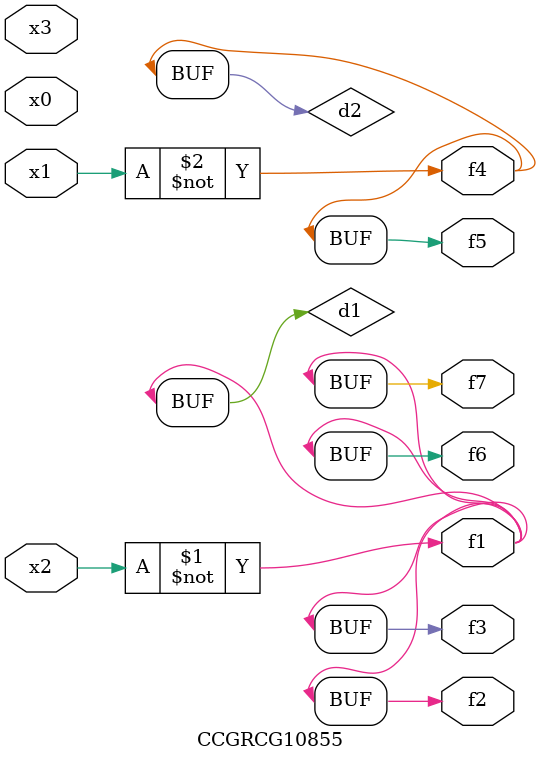
<source format=v>
module CCGRCG10855(
	input x0, x1, x2, x3,
	output f1, f2, f3, f4, f5, f6, f7
);

	wire d1, d2;

	xnor (d1, x2);
	not (d2, x1);
	assign f1 = d1;
	assign f2 = d1;
	assign f3 = d1;
	assign f4 = d2;
	assign f5 = d2;
	assign f6 = d1;
	assign f7 = d1;
endmodule

</source>
